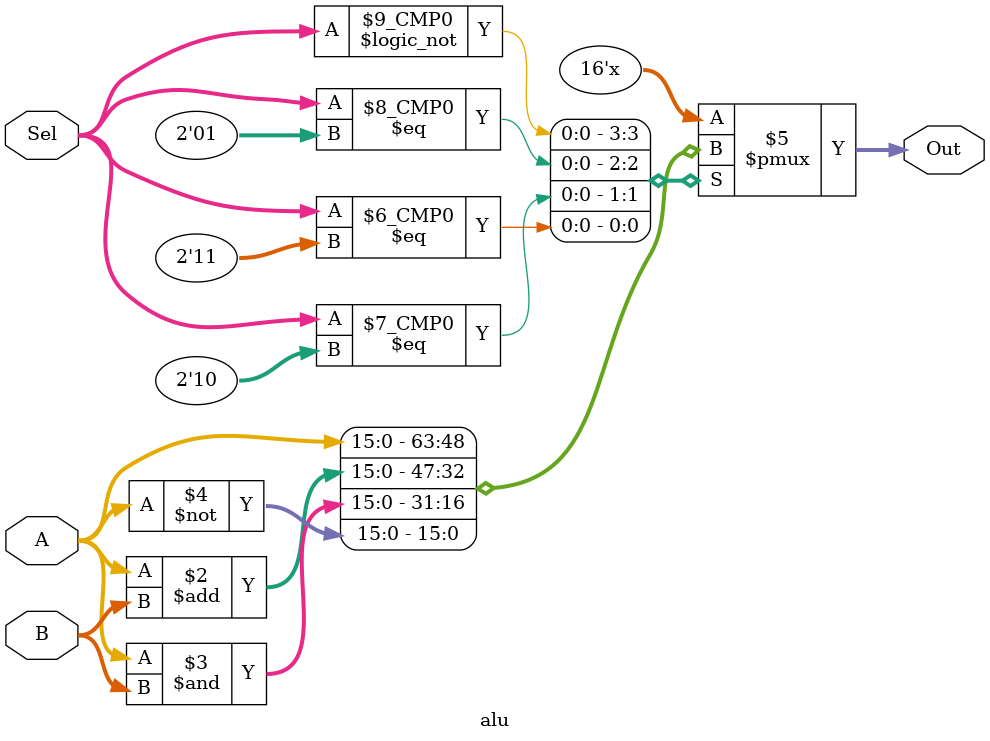
<source format=sv>
module alu(
	input logic [1:0] Sel,
	input logic [15:0] A, B,
	output logic[15:0] Out
);

	// take in two A, B inputs to perform operations
	always_comb
	begin
		// sel bits come from ISDU
		case(Sel)
		// 00 passes A, 11 NOTs A, 01 adds A,B, and 10 &s A,B
			2'b00: Out = A;
			2'b01: Out = A+B;
			2'b10: Out = A&B;
			2'b11: Out = ~A;
		endcase
	end
	

endmodule
</source>
